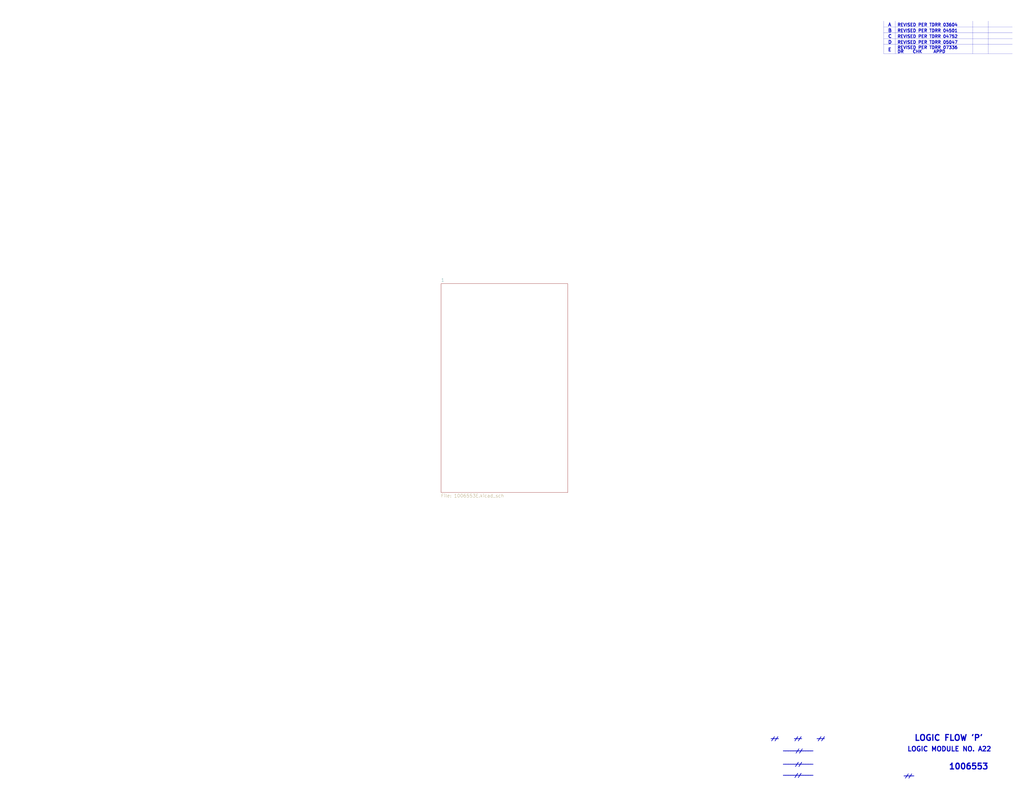
<source format=kicad_sch>
(kicad_sch (version 20211123) (generator eeschema)
  (paper "E")
  (lib_symbols)
  (polyline (pts (xy 964.438 42.164) (xy 1104.9 42.164)) (stroke (width 0) (type solid)))
  (polyline (pts (xy 964.311 22.987) (xy 964.311 58.674)) (stroke (width 0) (type solid)))
  (polyline (pts (xy 1078.611 22.987) (xy 1078.611 58.674)) (stroke (width 0) (type solid)))
  (polyline (pts (xy 964.438 35.814) (xy 1104.9 35.814)) (stroke (width 0) (type solid)))
  (polyline (pts (xy 1061.72 22.987) (xy 1061.72 58.674)) (stroke (width 0) (type solid)))
  (polyline (pts (xy 964.438 48.514) (xy 1104.9 48.514)) (stroke (width 0) (type solid)))
  (polyline (pts (xy 977.011 22.987) (xy 977.011 58.674)) (stroke (width 0) (type solid)))
  (polyline (pts (xy 964.438 29.464) (xy 1104.9 29.464)) (stroke (width 0) (type solid)))
  (polyline (pts (xy 964.438 58.674) (xy 1104.9 58.674)) (stroke (width 0) (type solid)))
  (text "REVISED PER TDRR 05047" (at 979.17 48.26 0) (effects (font (size 3.302 3.302) (thickness 0.6604) bold) (justify left bottom)))
  (text "___" (at 866.4448 807.0596 0) (effects (font (size 3.556 3.556) (thickness 0.7112) bold) (justify left bottom)))
  (text "____" (at 986.155 847.725 0) (effects (font (size 3.556 3.556) (thickness 0.7112) bold) (justify left bottom)))
  (text "REVISED PER TDRR 07336" (at 979.17 53.975 0) (effects (font (size 3.302 3.302) (thickness 0.6604) bold) (justify left bottom)))
  (text "//" (at 987.425 849.63 0) (effects (font (size 3.556 3.556) (thickness 0.7112) bold) (justify left bottom)))
  (text "B" (at 969.01 35.56 0) (effects (font (size 3.556 3.556) (thickness 0.7112) bold) (justify left bottom)))
  (text "REVISED PER TDRR 04752" (at 979.17 41.91 0) (effects (font (size 3.302 3.302) (thickness 0.6604) bold) (justify left bottom)))
  (text "DR    CHK     APPD" (at 979.17 58.42 0) (effects (font (size 3.302 3.302) (thickness 0.6604) bold) (justify left bottom)))
  (text "//" (at 866.775 808.99 0) (effects (font (size 3.556 3.556) (thickness 0.7112) bold) (justify left bottom)))
  (text "//" (at 892.175 808.99 0) (effects (font (size 3.556 3.556) (thickness 0.7112) bold) (justify left bottom)))
  (text "//" (at 868.045 822.325 0) (effects (font (size 3.556 3.556) (thickness 0.7112) bold) (justify left bottom)))
  (text "//" (at 841.375 808.99 0) (effects (font (size 3.556 3.556) (thickness 0.7112) bold) (justify left bottom)))
  (text "LOGIC MODULE NO. A22" (at 989.965 821.055 0) (effects (font (size 5.08 5.08) (thickness 1.016) bold) (justify left bottom)))
  (text "____________" (at 854.3798 834.9996 0) (effects (font (size 3.556 3.556) (thickness 0.7112) bold) (justify left bottom)))
  (text "1006553" (at 1035.177 840.867 0) (effects (font (size 6.35 6.35) (thickness 1.27) bold) (justify left bottom)))
  (text "C" (at 969.01 41.91 0) (effects (font (size 3.556 3.556) (thickness 0.7112) bold) (justify left bottom)))
  (text "___" (at 841.0448 807.0596 0) (effects (font (size 3.556 3.556) (thickness 0.7112) bold) (justify left bottom)))
  (text "E" (at 969.01 56.515 0) (effects (font (size 3.556 3.556) (thickness 0.7112) bold) (justify left bottom)))
  (text "REVISED PER TDRR 03604" (at 979.17 29.21 0) (effects (font (size 3.302 3.302) (thickness 0.6604) bold) (justify left bottom)))
  (text "___" (at 891.2098 807.0596 0) (effects (font (size 3.556 3.556) (thickness 0.7112) bold) (justify left bottom)))
  (text "REVISED PER TDRR 04501" (at 979.17 35.56 0) (effects (font (size 3.302 3.302) (thickness 0.6604) bold) (justify left bottom)))
  (text "//" (at 867.41 836.93 0) (effects (font (size 3.556 3.556) (thickness 0.7112) bold) (justify left bottom)))
  (text "____________" (at 854.3798 847.0646 0) (effects (font (size 3.556 3.556) (thickness 0.7112) bold) (justify left bottom)))
  (text "//" (at 866.775 848.995 0) (effects (font (size 3.556 3.556) (thickness 0.7112) bold) (justify left bottom)))
  (text "A" (at 969.01 29.21 0) (effects (font (size 3.556 3.556) (thickness 0.7112) bold) (justify left bottom)))
  (text "D" (at 969.01 48.26 0) (effects (font (size 3.556 3.556) (thickness 0.7112) bold) (justify left bottom)))
  (text "LOGIC FLOW 'P'" (at 997.585 809.625 0) (effects (font (size 6.35 6.35) (thickness 1.27) bold) (justify left bottom)))
  (text "____________" (at 854.3798 820.3946 0) (effects (font (size 3.556 3.556) (thickness 0.7112) bold) (justify left bottom)))
  (sheet (at 481.33 309.88) (size 138.43 227.965)
    (property "Sheet name" "1" (at 481.33 308.0254 0) (effects (font (size 3.556 3.556)) (justify left bottom)))
    (property "Sheet file" "1006553E.kicad_sch" (at 481.33 539.344 0) (effects (font (size 3.556 3.556)) (justify left top)))
  )
)
</source>
